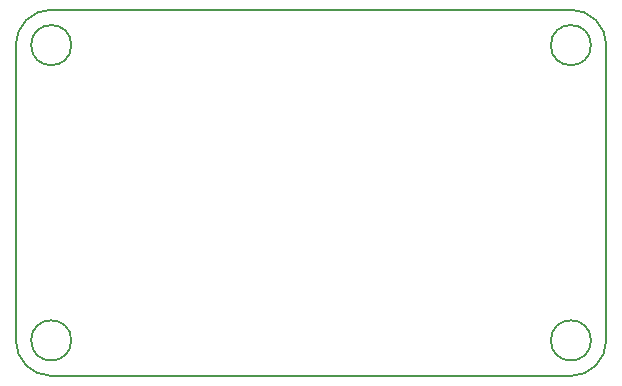
<source format=gbr>
%TF.GenerationSoftware,KiCad,Pcbnew,8.0.5*%
%TF.CreationDate,2024-10-07T14:28:25-07:00*%
%TF.ProjectId,USB_SPII2CK,5553425f-5350-4494-9932-434b2e6b6963,rev?*%
%TF.SameCoordinates,Original*%
%TF.FileFunction,Profile,NP*%
%FSLAX46Y46*%
G04 Gerber Fmt 4.6, Leading zero omitted, Abs format (unit mm)*
G04 Created by KiCad (PCBNEW 8.0.5) date 2024-10-07 14:28:25*
%MOMM*%
%LPD*%
G01*
G04 APERTURE LIST*
%TA.AperFunction,Profile*%
%ADD10C,0.160000*%
%TD*%
G04 APERTURE END LIST*
D10*
X127400000Y-86700000D02*
G75*
G02*
X124000000Y-86700000I-1700000J0D01*
G01*
X124000000Y-86700000D02*
G75*
G02*
X127400000Y-86700000I1700000J0D01*
G01*
X122700000Y-111700000D02*
X122700000Y-86700000D01*
X125700000Y-83700000D02*
X169700000Y-83700000D01*
X172700000Y-86700000D02*
X172700000Y-111700000D01*
X122700000Y-86700000D02*
G75*
G02*
X125700000Y-83700000I3000000J0D01*
G01*
X169700000Y-83700000D02*
G75*
G02*
X172700000Y-86700000I0J-3000000D01*
G01*
X169700000Y-114700000D02*
X125700000Y-114700000D01*
X172700000Y-111700000D02*
G75*
G02*
X169700000Y-114700000I-3000000J0D01*
G01*
X125700000Y-114700000D02*
G75*
G02*
X122700000Y-111700000I0J3000000D01*
G01*
X171400000Y-111700000D02*
G75*
G02*
X168000000Y-111700000I-1700000J0D01*
G01*
X168000000Y-111700000D02*
G75*
G02*
X171400000Y-111700000I1700000J0D01*
G01*
X127400000Y-111700000D02*
G75*
G02*
X124000000Y-111700000I-1700000J0D01*
G01*
X124000000Y-111700000D02*
G75*
G02*
X127400000Y-111700000I1700000J0D01*
G01*
X171400000Y-86700000D02*
G75*
G02*
X168000000Y-86700000I-1700000J0D01*
G01*
X168000000Y-86700000D02*
G75*
G02*
X171400000Y-86700000I1700000J0D01*
G01*
M02*

</source>
